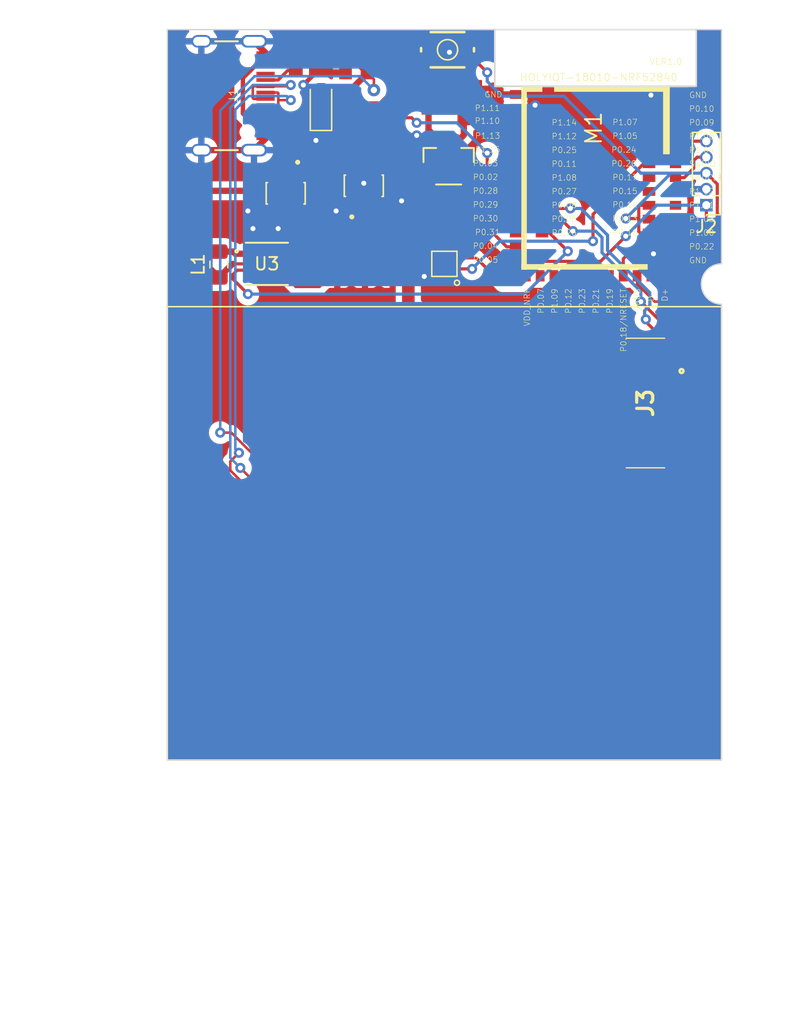
<source format=kicad_pcb>
(kicad_pcb (version 20221018) (generator pcbnew)
  (layers (0 "F.Cu" signal) (31 "B.Cu" signal) (34 "B.Paste" user) (35 "F.Paste" user) (36 "B.SilkS" user "B.Silkscreen") (37 "F.SilkS" user "F.Silkscreen") (38 "B.Mask" user) (39 "F.Mask" user) (44 "Edge.Cuts" user))
  (net 0 "")
  (net 1 "VBUS")
  (net 2 "GND")
  (net 3 "V_RAW")
  (net 4 "+5V")
  (net 5 "Net-(FUSE1-Pad1)")
  (net 6 "Net-(J1-CC1)")
  (net 7 "D+")
  (net 8 "D-")
  (net 9 "Net-(J1-CC2)")
  (net 10 "+3.3V")
  (net 11 "/NRF/RST")
  (net 12 "/NRF/SCK")
  (net 13 "/NRF/SWD")
  (net 17 "/TX")
  (net 19 "/RX")
  (net 21 "Net-(L1-Pad2)")
  (net 22 "/WS2812")
  (net 24 "/NRF/P0.02")
  (net 25 "/NRF/P0.03")
  (net 26 "/NRF/BVOLT")
  (net 27 "/NRF/P0.05")
  (net 28 "/NRF/P0.07")
  (net 29 "/NRF/P0.09")
  (net 30 "/NRF/P0.10")
  (net 31 "/NRF/P0.11")
  (net 32 "/NRF/P0.12")
  (net 33 "/NRF/POWER_PIN")
  (net 34 "/NRF/BLED")
  (net 35 "/NRF/PWM")
  (net 36 "/NRF/P0.19")
  (net 37 "/NRF/P0.21")
  (net 38 "/NRF/P0.22")
  (net 39 "/NRF/P0.23")
  (net 40 "/NRF/P0.24")
  (net 41 "/NRF/P0.25")
  (net 42 "/5VEN")
  (net 43 "/NRF/P0.27")
  (net 44 "/NRF/P0.28")
  (net 45 "/NRF/P0.29")
  (net 46 "/NRF/P0.30")
  (net 47 "/NRF/P0.31")
  (net 48 "/NRF/P1.00")
  (net 49 "/NRF/P1.01")
  (net 50 "/NRF/P1.02")
  (net 51 "/NRF/P1.03")
  (net 52 "/NRF/P1.04")
  (net 53 "/NRF/P1.05")
  (net 54 "/NRF/P1.06")
  (net 55 "/NRF/P1.07")
  (net 56 "/NRF/P1.08")
  (net 57 "/NRF/P1.09")
  (net 58 "/NRF/P1.10")
  (net 59 "/NRF/P1.11")
  (net 60 "/NRF/P1.12")
  (net 61 "/NRF/P1.13")
  (net 62 "/NRF/P1.14")
  (net 63 "/NRF/P1.15")
  (net 64 "+BATT")
  (net 65 "Net-(U3-OUTS)")
  (net 66 "Net-(U1-PROG)")
  (net 67 "Net-(U2-VDD)")
  (net 68 "CHG")
  (net 69 "Net-(U2-GND)")
  (footprint "PW:0603" (layer "F.Cu") (at 38.2 77.4 90)
    (fp_text reference "R99" hide)
    (fp_text value "5.1k")
  )
  (footprint "Connector_PinHeader_1.27mm:PinHeader_1x05_P1.27mm_Vertical" (layer "F.Cu") (at 70.8 88.94 180)
    (fp_text reference "J2")
    (fp_text value "CONN_061.27MM")
  )
  (footprint "PW:0603" (layer "F.Cu") (at 38 83 -90)
    (fp_text reference "R100" hide)
    (fp_text value "5.1k")
  )
  (footprint "Diode_SMD:D_SOD-323_HandSoldering" (layer "F.Cu") (at 40.2 81 90)
    (fp_text reference "D122" hide)
    (fp_text value "SD103AWS-E3-08")
  )
  (footprint "PW:C0603" (layer "F.Cu") (at 43 84)
    (fp_text reference "C2" hide)
    (fp_text value "4.7u")
  )
  (footprint "PW:SOT23" (layer "F.Cu") (at 51.5396 80.8 180)
    (fp_text reference "U2" hide)
    (fp_text value "XB3303ASOT23")
  )
  (footprint "PW:SOT23" (layer "F.Cu") (at 43.2 81.2 -90)
    (fp_text reference "Q6" hide)
    (fp_text value "PMOSFETSOT23")
  )
  (footprint "PW:0603" (layer "F.Cu") (at 46.3396 83.8 90)
    (fp_text reference "R90" hide)
    (fp_text value "100k")
  )
  (footprint "PW:0603" (layer "F.Cu") (at 46.3396 80.4 90)
    (fp_text reference "R92" hide)
    (fp_text value "100k")
  )
  (footprint "PW:0603" (layer "F.Cu") (at 40.6 87.199 90)
    (fp_text reference "R95" hide)
    (fp_text value "2k")
  )
  (footprint "PW:XKB-USB-C-16P" (layer "F.Cu") (at 35.8 80.25 -90)
    (fp_text reference "J1")
    (fp_text value "XKB-USB-C16PIN" hide)
  )
  (footprint "PW:C0603" (layer "F.Cu") (at 41.495801 93.652 -90)
    (fp_text reference "C5" hide)
    (fp_text value "2.2u")
  )
  (footprint "PW:C0603" (layer "F.Cu") (at 45.895801 93.652 -90)
    (fp_text reference "C3" hide)
    (fp_text value "10u")
  )
  (footprint "PW:21-0137_T1033&plus_2_MXM" (layer "F.Cu") (at 35.9038 93.6)
    (fp_text reference "U3")
    (fp_text value "max8815aetb+")
  )
  (footprint "PW:SOT95P285X140-5N" (layer "F.Cu") (at 37.4 88 -90)
    (fp_text reference "VREG1" hide)
    (fp_text value "AP2112K-3.3TRG1")
  )
  (footprint "PW:TACTILE_SWITCH_SMD_4.6X2.8MM" (layer "F.Cu") (at 50.25 76.6 180)
    (fp_text reference "S1" hide)
    (fp_text value "MOMENTARY-SWITCH-SPST-SMD-4.6X2.8MM")
  )
  (footprint "PW:HOLYIOT-18010" (layer "F.Cu") (at 62 86.75)
    (fp_text reference "M1")
    (fp_text value "HOLYIOT_18010")
    (fp_line (start -8 -11.75) (end 8 -11.75) (stroke (width 0.12)) (layer "Edge.Cuts"))
    (fp_line (start -8 -7.25) (end -8 -11.75) (stroke (width 0.12)) (layer "Edge.Cuts"))
    (fp_line (start 8 -11.75) (end 8 -7.25) (stroke (width 0.12)) (layer "Edge.Cuts"))
    (fp_line (start 8 -7.25) (end -8 -7.25) (stroke (width 0.12)) (layer "Edge.Cuts"))
  )
  (footprint "PW:0603" (layer "F.Cu") (at 70.8 92.2 90)
    (fp_text reference "R91" hide)
    (fp_text value "100k")
  )
  (footprint "PW:C0603" (layer "F.Cu") (at 43 78.4 180)
    (fp_text reference "C1" hide)
    (fp_text value "10u")
  )
  (footprint "PW:0603" (layer "F.Cu") (at 48.7396 80.4 90)
    (fp_text reference "R98" hide)
    (fp_text value "100")
  )
  (footprint "PW:C0603" (layer "F.Cu") (at 43.695801 93.652 -90)
    (fp_text reference "C4" hide)
    (fp_text value "10u")
  )
  (footprint "PW:0603" (layer "F.Cu") (at 39.295801 93.652 90)
    (fp_text reference "R1" hide)
    (fp_text value "100")
  )
  (footprint "PW:1206" (layer "F.Cu") (at 41.8 76.2)
    (fp_text reference "FUSE1" hide)
    (fp_text value "500mA")
  )
  (footprint "PW:HPMA115C0" (layer "F.Cu") (at 50 115)
    (fp_text reference "J3")
    (fp_text value "Conn_01x10" hide)
  )
  (footprint "PW:0603" (layer "F.Cu") (at 46 76.6 -90)
    (fp_text reference "R96" hide)
    (fp_text value "100k")
  )
  (footprint "Inductor_SMD:L_0805_2012Metric_Pad1.15x1.40mm_HandSolder" (layer "F.Cu") (at 32.095801 93.652 90)
    (fp_text reference "L1")
    (fp_text value "L")
  )
  (footprint "PW:SOT95P285X140-5N" (layer "F.Cu") (at 43.6 87.4 90)
    (fp_text reference "U1" hide)
    (fp_text value "TP4054-42-SOT25-R_TP4054-42-SOT25-R")
  )
  (footprint "PW:SK6805-E-J" (layer "F.Cu") (at 50 93.6 90)
    (fp_text reference "LED1" hide)
    (fp_text value "~")
  )
  (footprint "PW:BM02B-SRSS-TB" (layer "F.Cu") (at 50.3396 84.075)
    (fp_text reference "X1" hide)
    (fp_text value "BM02B-SRSS-TB")
  )
  (gr_line (start 28 133) (end 72 133) (stroke (width 0.1)) (layer "Edge.Cuts"))
  (gr_line (start 28 75) (end 28 133) (stroke (width 0.1)) (layer "Edge.Cuts"))
  (gr_arc (start 72 96.8) (mid 70.4 95.2) (end 72 93.6) (stroke (width 0.1)) (layer "Edge.Cuts"))
  (gr_line (start 72 93.6) (end 72 75) (stroke (width 0.1)) (layer "Edge.Cuts"))
  (gr_line (start 72 75) (end 28 75) (stroke (width 0.1)) (layer "Edge.Cuts"))
  (gr_line (start 72 133) (end 72 96.8) (stroke (width 0.1)) (layer "Edge.Cuts"))
  (segment (start 70.2 98.572574) (end 70.2 102.4) (width 0.2) (layer "F.Cu") (net 1))
  (segment (start 66.700017 96.6) (end 67.992742 96.6) (width 0.2) (layer "F.Cu") (net 1))
  (segment (start 43.25 82.15) (end 43.225 82.125) (width 0.35) (layer "F.Cu") (net 1))
  (segment (start 44.8 83.15) (end 43.8 82.15) (width 0.5) (layer "F.Cu") (net 1))
  (segment (start 45.05 78.4) (end 46 77.45) (width 0.5) (layer "F.Cu") (net 1))
  (segment (start 70.2 109.634314) (end 68.234314 111.6) (width 0.2) (layer "F.Cu") (net 1))
  (segment (start 67.992742 96.6) (end 68.227426 96.6) (width 0.2) (layer "F.Cu") (net 1))
  (segment (start 35.182843 109.103393) (end 33.07945 107) (width 0.2) (layer "F.Cu") (net 1))
  (segment (start 65.300015 94.55) (end 65.300015 95.199998) (width 0.2) (layer "F.Cu") (net 1))
  (segment (start 36.165686 111.6) (end 35.182843 110.617157) (width 0.2) (layer "F.Cu") (net 1))
  (segment (start 35.182843 110.617157) (end 35.182843 109.103393) (width 0.2) (layer "F.Cu") (net 1))
  (segment (start 68.234314 111.6) (end 36.165686 111.6) (width 0.2) (layer "F.Cu") (net 1))
  (segment (start 44.55 86.215) (end 44.8 85.965) (width 0.5) (layer "F.Cu") (net 1))
  (segment (start 70.013713 98.386287) (end 70.2 98.572574) (width 0.2) (layer "F.Cu") (net 1))
  (segment (start 44.4 79.8) (end 44.4 78.95) (width 0.2) (layer "F.Cu") (net 1))
  (segment (start 40.7 80.25) (end 40.2 79.75) (width 0.5) (layer "F.Cu") (net 1))
  (segment (start 42.1 80.25) (end 40.7 80.25) (width 0.5) (layer "F.Cu") (net 1))
  (segment (start 43.85 78.5) (end 42.1 80.25) (width 0.5) (layer "F.Cu") (net 1))
  (segment (start 42.1 80.25) (end 43.15 81.3) (width 0.5) (layer "F.Cu") (net 1))
  (segment (start 43.222 76.2) (end 43.222 77.772) (width 0.5) (layer "F.Cu") (net 1))
  (segment (start 43.225 81.375) (end 43.15 81.3) (width 0.35) (layer "F.Cu") (net 1))
  (segment (start 65.300015 95.199998) (end 66.700017 96.6) (width 0.2) (layer "F.Cu") (net 1))
  (segment (start 68.227426 96.6) (end 70.013713 98.386287) (width 0.2) (layer "F.Cu") (net 1))
  (segment (start 43.85 78.4) (end 43.85 78.5) (width 0.5) (layer "F.Cu") (net 1))
  (segment (start 70.2 102.4) (end 70.2 109.634314) (width 0.2) (layer "F.Cu") (net 1))
  (segment (start 44.4 78.95) (end 43.85 78.4) (width 0.2) (layer "F.Cu") (net 1))
  (segment (start 44.8 85.965) (end 44.8 83.15) (width 0.5) (layer "F.Cu") (net 1))
  (segment (start 43.8 82.15) (end 43.25 82.15) (width 0.35) (layer "F.Cu") (net 1))
  (segment (start 33.07945 107) (end 32.2005 107) (width 0.2) (layer "F.Cu") (net 1))
  (segment (start 43.225 82.125) (end 43.225 81.375) (width 0.35) (layer "F.Cu") (net 1))
  (segment (start 43.222 77.772) (end 43.85 78.4) (width 0.5) (layer "F.Cu") (net 1))
  (segment (start 43.85 78.4) (end 45.05 78.4) (width 0.5) (layer "F.Cu") (net 1))
  (via (at 32.2005 107) (size 0.8) (drill 0.4) (layers "F.Cu" "B.Cu") (net 1))
  (via (at 44.4 79.8) (size 1) (drill 0.5) (layers "F.Cu" "B.Cu") (net 1))
  (segment (start 43.3 78.7) (end 44.4 79.8) (width 0.2) (layer "B.Cu") (net 1))
  (segment (start 34.934314 78.7) (end 43.3 78.7) (width 0.2) (layer "B.Cu") (net 1))
  (segment (start 32.2005 107) (end 32.2005 81.433814) (width 0.2) (layer "B.Cu") (net 1))
  (segment (start 32.2005 81.433814) (end 34.934314 78.7) (width 0.2) (layer "B.Cu") (net 1))
  (segment (start 46 75.75) (end 48.15 75.75) (width 0.35) (layer "F.Cu") (net 2))
  (segment (start 37.4 93.6) (end 35.9038 93.6) (width 0.25) (layer "F.Cu") (net 2))
  (segment (start 35.8 76.845) (end 34.885 75.93) (width 0.5) (layer "F.Cu") (net 2))
  (segment (start 35.8 83.475) (end 35.8 83.655) (width 0.5) (layer "F.Cu") (net 2))
  (segment (start 48.15 75.75) (end 48.2 75.8) (width 0.35) (layer "F.Cu") (net 2))
  (segment (start 40.05 78.4) (end 42.15 78.4) (width 0.25) (layer "F.Cu") (net 2))
  (segment (start 38.2 76.55) (end 40.05 78.4) (width 0.25) (layer "F.Cu") (net 2))
  (segment (start 35.8 77.025) (end 35.8 76.845) (width 0.5) (layer "F.Cu") (net 2))
  (segment (start 38.8 79.4) (end 39.8 78.4) (width 0.35) (layer "F.Cu") (net 2))
  (segment (start 46.55 84.65) (end 47.8 83.4) (width 0.35) (layer "F.Cu") (net 2))
  (segment (start 35.9038 93.6) (end 34.903799 94.600001) (width 0.25) (layer "F.Cu") (net 2))
  (segment (start 35.8 83.655) (end 34.885 84.57) (width 0.5) (layer "F.Cu") (net 2))
  (segment (start 46.3396 84.65) (end 46.55 84.65) (width 0.35) (layer "F.Cu") (net 2))
  (segment (start 39.8 78.4) (end 40.05 78.4) (width 0.35) (layer "F.Cu") (net 2))
  (segment (start 34.903799 94.600001) (end 34.4076 94.600001) (width 0.25) (layer "F.Cu") (net 2))
  (via (at 46.6 88.6) (size 0.8) (drill 0.4) (layers "F.Cu" "B.Cu") (net 2))
  (via (at 34.4 89.4) (size 0.8) (drill 0.4) (layers "F.Cu" "B.Cu") (net 2))
  (via (at 50.4 76.8) (size 0.8) (drill 0.4) (layers "F.Cu" "B.Cu") (net 2))
  (via (at 66.4 80.2) (size 0.8) (drill 0.4) (layers "F.Cu" "B.Cu") (net 2))
  (via (at 38.8 79.4) (size 0.8) (drill 0.4) (layers "F.Cu" "B.Cu") (net 2))
  (via (at 48.4 94.6) (size 0.8) (drill 0.4) (layers "F.Cu" "B.Cu") (net 2))
  (via (at 57.2 81) (size 0.8) (drill 0.4) (layers "F.Cu" "B.Cu") (net 2))
  (via (at 66.6 92.8) (size 0.8) (drill 0.4) (layers "F.Cu" "B.Cu") (net 2))
  (via (at 41.4 89.4) (size 0.8) (drill 0.4) (layers "F.Cu" "B.Cu") (net 2))
  (via (at 47.8 83.4) (size 0.8) (drill 0.4) (layers "F.Cu" "B.Cu") (net 2))
  (via (at 39.8 83.8) (size 0.8) (drill 0.4) (layers "F.Cu" "B.Cu") (net 2))
  (via (at 34.8 90.8) (size 0.8) (drill 0.4) (layers "F.Cu" "B.Cu") (net 2))
  (via (at 43.6 87.2) (size 0.8) (drill 0.4) (layers "F.Cu" "B.Cu") (net 2))
  (via (at 36.8 90.8) (size 0.8) (drill 0.4) (layers "F.Cu" "B.Cu") (net 2))
  (segment (start 42.15 84) (end 41.165 84) (width 0.5) (layer "F.Cu") (net 3))
  (segment (start 36.45 86.815) (end 36.142852 86.815) (width 0.5) (layer "F.Cu") (net 3))
  (segment (start 38.35 86.815) (end 38.35 87.450036) (width 0.5) (layer "F.Cu") (net 3))
  (segment (start 33.172801 93.6) (end 32.095801 94.677) (width 0.5) (layer "F.Cu") (net 3))
  (segment (start 36.939964 87.94) (end 36.45 87.450036) (width 0.5) (layer "F.Cu") (net 3))
  (segment (start 37.860036 87.94) (end 36.939964 87.94) (width 0.5) (layer "F.Cu") (net 3))
  (segment (start 38.35 87.450036) (end 37.860036 87.94) (width 0.5) (layer "F.Cu") (net 3))
  (segment (start 36.142852 86.815) (end 35.157852 87.8) (width 0.5) (layer "F.Cu") (net 3))
  (segment (start 42.1 82.15) (end 40.3 82.15) (width 0.5) (layer "F.Cu") (net 3))
  (segment (start 41.165 84) (end 38.35 86.815) (width 0.5) (layer "F.Cu") (net 3))
  (segment (start 30.8 87.8) (end 30 88.6) (width 0.5) (layer "F.Cu") (net 3))
  (segment (start 35.157852 87.8) (end 30.8 87.8) (width 0.5) (layer "F.Cu") (net 3))
  (segment (start 34.4076 93.6) (end 33.172801 93.6) (width 0.25) (layer "F.Cu") (net 3))
  (segment (start 42.1 82.15) (end 42.1 83.95) (width 0.5) (layer "F.Cu") (net 3))
  (segment (start 40.3 82.15) (end 40.2 82.25) (width 0.5) (layer "F.Cu") (net 3))
  (segment (start 30 92.581199) (end 32.095801 94.677) (width 0.5) (layer "F.Cu") (net 3))
  (segment (start 42.1 83.95) (end 42.15 84) (width 0.5) (layer "F.Cu") (net 3))
  (segment (start 30 88.6) (end 30 92.581199) (width 0.5) (layer "F.Cu") (net 3))
  (segment (start 36.45 87.450036) (end 36.45 86.815) (width 0.5) (layer "F.Cu") (net 3))
  (segment (start 38.199999 95.4) (end 40.077801 95.4) (width 0.25) (layer "F.Cu") (net 4))
  (segment (start 46.625801 92.802) (end 47.135801 93.312) (width 1) (layer "F.Cu") (net 4))
  (segment (start 37.4 92.8) (end 37.402 92.802) (width 0.2) (layer "F.Cu") (net 4))
  (segment (start 37.4 92.8) (end 37.4 93.100001) (width 0.2) (layer "F.Cu") (net 4))
  (segment (start 37.402 92.802) (end 39.295801 92.802) (width 0.5) (layer "F.Cu") (net 4))
  (segment (start 39.295801 92.802) (end 40.4 92.802) (width 1) (layer "F.Cu") (net 4))
  (segment (start 40.4 92.802) (end 41.495801 92.802) (width 1) (layer "F.Cu") (net 4))
  (segment (start 37.4 94.600001) (end 38.199999 95.4) (width 0.25) (layer "F.Cu") (net 4))
  (segment (start 52.31 102.11) (end 64.6 102.11) (width 1) (layer "F.Cu") (net 4))
  (segment (start 40.077801 95.4) (end 40.4 95.077801) (width 0.25) (layer "F.Cu") (net 4))
  (segment (start 40.4 95.077801) (end 40.4 92.802) (width 0.25) (layer "F.Cu") (net 4))
  (segment (start 37.4 92.599999) (end 37.4 92.8) (width 0.2) (layer "F.Cu") (net 4))
  (segment (start 45.895801 92.802) (end 46.625801 92.802) (width 1) (layer "F.Cu") (net 4))
  (segment (start 43.695801 92.802) (end 41.495801 92.802) (width 1) (layer "F.Cu") (net 4))
  (segment (start 47.135801 93.312) (end 47.135801 96.935801) (width 1) (layer "F.Cu") (net 4))
  (segment (start 47.135801 96.935801) (end 52.31 102.11) (width 1) (layer "F.Cu") (net 4))
  (segment (start 45.895801 92.802) (end 43.695801 92.802) (width 1) (layer "F.Cu") (net 4))
  (segment (start 36.93 77.8) (end 37.21 77.52) (width 0.5) (layer "F.Cu") (net 5))
  (segment (start 39.428 75.25) (end 40.378 76.2) (width 0.5) (layer "F.Cu") (net 5))
  (segment (start 37.75 75.25) (end 39.428 75.25) (width 0.5) (layer "F.Cu") (net 5))
  (segment (start 35.8 77.8) (end 36.93 77.8) (width 0.5) (layer "F.Cu") (net 5))
  (segment (start 37.21 77.52) (end 37.21 75.79) (width 0.5) (layer "F.Cu") (net 5))
  (segment (start 35.046371 82.7) (end 34 81.653629) (width 0.35) (layer "F.Cu") (net 5))
  (segment (start 37.21 75.79) (end 37.75 75.25) (width 0.5) (layer "F.Cu") (net 5))
  (segment (start 35.046371 77.8) (end 35.8 77.8) (width 0.35) (layer "F.Cu") (net 5))
  (segment (start 34 81.653629) (end 34 78.846371) (width 0.35) (layer "F.Cu") (net 5))
  (segment (start 35.8 82.7) (end 35.046371 82.7) (width 0.35) (layer "F.Cu") (net 5))
  (segment (start 34 78.846371) (end 35.046371 77.8) (width 0.35) (layer "F.Cu") (net 5))
  (segment (start 37.555 78.25) (end 38.2 78.25) (width 0.25) (layer "F.Cu") (net 6))
  (segment (start 36.805 79) (end 37.555 78.25) (width 0.25) (layer "F.Cu") (net 6))
  (segment (start 35.8 79) (end 36.805 79) (width 0.25) (layer "F.Cu") (net 6))
  (segment (start 35.39 112.39) (end 33 110) (width 0.2) (layer "F.Cu") (net 7))
  (segment (start 36.815 80.6) (end 36.815 80.94) (width 0.2) (layer "F.Cu") (net 7))
  (segment (start 36.755 81) (end 35.8 81) (width 0.2) (layer "F.Cu") (net 7))
  (segment (start 35.8 80) (end 36.755 80) (width 0.2) (layer "F.Cu") (net 7))
  (segment (start 71 109.951544) (end 68.561543 112.39) (width 0.2) (layer "F.Cu") (net 7))
  (segment (start 33 110) (end 33 109.2895) (width 0.2) (layer "F.Cu") (net 7))
  (segment (start 67.500009 94.55) (end 67.500009 94.755353) (width 0.2) (layer "F.Cu") (net 7))
  (segment (start 37.8 80.6) (end 36.815 80.6) (width 0.2) (layer "F.Cu") (net 7))
  (segment (start 68.561543 112.39) (end 35.39 112.39) (width 0.2) (layer "F.Cu") (net 7))
  (segment (start 71 98.255344) (end 71 109.951544) (width 0.2) (layer "F.Cu") (net 7))
  (segment (start 33 109.2895) (end 33.6895 108.6) (width 0.2) (layer "F.Cu") (net 7))
  (segment (start 36.815 80.06) (end 36.815 80.6) (width 0.2) (layer "F.Cu") (net 7))
  (segment (start 36.755 80) (end 36.815 80.06) (width 0.2) (layer "F.Cu") (net 7))
  (segment (start 67.500009 94.755353) (end 71 98.255344) (width 0.2) (layer "F.Cu") (net 7))
  (segment (start 36.815 80.94) (end 36.755 81) (width 0.2) (layer "F.Cu") (net 7))
  (via (at 37.8 80.6) (size 0.8) (drill 0.4) (layers "F.Cu" "B.Cu") (net 7))
  (via (at 33.6895 108.6) (size 0.8) (drill 0.4) (layers "F.Cu" "B.Cu") (net 7))
  (segment (start 37.475772 80.275772) (end 37.8 80.6) (width 0.2) (layer "B.Cu") (net 7))
  (segment (start 33.6895 108.6) (end 33.4 108.3105) (width 0.2) (layer "B.Cu") (net 7))
  (segment (start 34.475772 80.275772) (end 37.475772 80.275772) (width 0.2) (layer "B.Cu") (net 7))
  (segment (start 33.4 81.351544) (end 34.475772 80.275772) (width 0.2) (layer "B.Cu") (net 7))
  (segment (start 33.4 108.3105) (end 33.4 81.351544) (width 0.2) (layer "B.Cu") (net 7))
  (segment (start 66.761478 95.134422) (end 67.827056 96.2) (width 0.2) (layer "F.Cu") (net 8))
  (segment (start 70.6 98.406888) (end 70.6 109.8) (width 0.2) (layer "F.Cu") (net 8))
  (segment (start 34.785 80.44) (end 34.845 80.5) (width 0.2) (layer "F.Cu") (net 8))
  (segment (start 68.4 112) (end 36 112) (width 0.2) (layer "F.Cu") (net 8))
  (segment (start 34.875 79.5) (end 34.785 79.59) (width 0.2) (layer "F.Cu") (net 8))
  (segment (start 66.400012 94.55) (end 66.761478 94.911466) (width 0.2) (layer "F.Cu") (net 8))
  (segment (start 67.827056 96.2) (end 68.393112 96.2) (width 0.2) (layer "F.Cu") (net 8))
  (segment (start 36 112) (end 33.8 109.8) (width 0.2) (layer "F.Cu") (net 8))
  (segment (start 70.6 109.8) (end 68.4 112) (width 0.2) (layer "F.Cu") (net 8))
  (segment (start 68.393112 96.2) (end 70.6 98.406888) (width 0.2) (layer "F.Cu") (net 8))
  (segment (start 66.761478 94.911466) (end 66.761478 95.134422) (width 0.2) (layer "F.Cu") (net 8))
  (segment (start 37.7 79.5) (end 35.8 79.5) (width 0.2) (layer "F.Cu") (net 8))
  (segment (start 35.8 79.5) (end 34.875 79.5) (width 0.2) (layer "F.Cu") (net 8))
  (segment (start 34.785 79.59) (end 34.785 80.44) (width 0.2) (layer "F.Cu") (net 8))
  (segment (start 34.845 80.5) (end 35.8 80.5) (width 0.2) (layer "F.Cu") (net 8))
  (segment (start 37.8 79.4) (end 37.7 79.5) (width 0.2) (layer "F.Cu") (net 8))
  (via (at 37.8 79.4) (size 0.8) (drill 0.4) (layers "F.Cu" "B.Cu") (net 8))
  (via (at 33.8 109.8) (size 0.8) (drill 0.4) (layers "F.Cu" "B.Cu") (net 8))
  (segment (start 33 109) (end 33 81.2) (width 0.2) (layer "B.Cu") (net 8))
  (segment (start 33.8 109.8) (end 33 109) (width 0.2) (layer "B.Cu") (net 8))
  (segment (start 34.8 79.4) (end 37.8 79.4) (width 0.2) (layer "B.Cu") (net 8))
  (segment (start 33 81.2) (end 34.8 79.4) (width 0.2) (layer "B.Cu") (net 8))
  (segment (start 37.85 82) (end 38 82.15) (width 0.25) (layer "F.Cu") (net 9))
  (segment (start 35.8 82) (end 37.85 82) (width 0.25) (layer "F.Cu") (net 9))
  (segment (start 38.35 89.35) (end 40.2 91.2) (width 0.5) (layer "F.Cu") (net 10))
  (segment (start 56.950009 93.4) (end 62.4 93.4) (width 0.25) (layer "F.Cu") (net 10))
  (segment (start 70.8 91.35) (end 70.8 88.94) (width 0.25) (layer "F.Cu") (net 10))
  (segment (start 56.500007 94.55) (end 56.500007 94.836249) (width 0.25) (layer "F.Cu") (net 10))
  (segment (start 52.525 93.125) (end 50.475 93.125) (width 0.25) (layer "F.Cu") (net 10))
  (segment (start 62.4 93.4) (end 64.4 91.4) (width 0.25) (layer "F.Cu") (net 10))
  (segment (start 56.500007 94.55) (end 56.500007 93.850002) (width 0.25) (layer "F.Cu") (net 10))
  (segment (start 40.2 91.2) (end 48.70585 91.2) (width 0.5) (layer "F.Cu") (net 10))
  (segment (start 48.70585 91.2) (end 50.475 92.96915) (width 0.5) (layer "F.Cu") (net 10))
  (segment (start 50.475 92.96915) (end 50.475 93.125) (width 0.5) (layer "F.Cu") (net 10))
  (segment (start 56.500007 94.836249) (end 56.118256 95.218) (width 0.25) (layer "F.Cu") (net 10))
  (segment (start 56.500007 93.850002) (end 56.950009 93.4) (width 0.25) (layer "F.Cu") (net 10))
  (segment (start 56.118256 95.218) (end 54.618 95.218) (width 0.25) (layer "F.Cu") (net 10))
  (segment (start 54.618 95.218) (end 52.525 93.125) (width 0.25) (layer "F.Cu") (net 10))
  (segment (start 38.35 89.185) (end 38.35 89.35) (width 0.5) (layer "F.Cu") (net 10))
  (via (at 64.4 91.4) (size 0.8) (drill 0.4) (layers "F.Cu" "B.Cu") (net 10))
  (segment (start 66.86 88.94) (end 70.8 88.94) (width 0.25) (layer "B.Cu") (net 10))
  (segment (start 64.4 91.4) (end 66.86 88.94) (width 0.25) (layer "B.Cu") (net 10))
  (segment (start 65.550006 91.150006) (end 66.25 91.150006) (width 0.25) (layer "F.Cu") (net 11))
  (segment (start 48.2 77.4) (end 48.315 77.515) (width 0.25) (layer "F.Cu") (net 11))
  (segment (start 48.315 77.515) (end 52.185 77.515) (width 0.25) (layer "F.Cu") (net 11))
  (segment (start 53.4 78.4) (end 52.4 77.4) (width 0.25) (layer "F.Cu") (net 11))
  (segment (start 66.25 88.950012) (end 65.500002 88.950012) (width 0.25) (layer "F.Cu") (net 11))
  (segment (start 52.4 77.4) (end 52.3 77.4) (width 0.25) (layer "F.Cu") (net 11))
  (segment (start 70.8 86.4) (end 71.665 87.265) (width 0.25) (layer "F.Cu") (net 11))
  (segment (start 65.435002 91.035002) (end 65.550006 91.150006) (width 0.25) (layer "F.Cu") (net 11))
  (segment (start 71.665 87.265) (end 71.665 92.185) (width 0.25) (layer "F.Cu") (net 11))
  (segment (start 65.435002 90) (end 65.435002 91.035002) (width 0.25) (layer "F.Cu") (net 11))
  (segment (start 65.435002 90) (end 64.4 90) (width 0.25) (layer "F.Cu") (net 11))
  (segment (start 52.185 77.515) (end 52.3 77.4) (width 0.25) (layer "F.Cu") (net 11))
  (segment (start 65.435002 89.015012) (end 65.435002 90) (width 0.25) (layer "F.Cu") (net 11))
  (segment (start 66.25 91.150006) (end 64.200015 93.199991) (width 0.25) (layer "F.Cu") (net 11))
  (segment (start 64.200015 93.199991) (end 64.200015 94.55) (width 0.25) (layer "F.Cu") (net 11))
  (segment (start 71.665 92.185) (end 70.8 93.05) (width 0.25) (layer "F.Cu") (net 11))
  (segment (start 65.500002 88.950012) (end 65.435002 89.015012) (width 0.25) (layer "F.Cu") (net 11))
  (via (at 64.4 90) (size 0.8) (drill 0.4) (layers "F.Cu" "B.Cu") (net 11))
  (via (at 53.4 78.4) (size 0.8) (drill 0.4) (layers "F.Cu" "B.Cu") (net 11))
  (segment (start 53.4 79.104078) (end 54.580922 80.285) (width 0.25) (layer "B.Cu") (net 11))
  (segment (start 54.580922 80.285) (end 59.485 80.285) (width 0.25) (layer "B.Cu") (net 11))
  (segment (start 68 86.4) (end 70.8 86.4) (width 0.25) (layer "B.Cu") (net 11))
  (segment (start 53.4 78.4) (end 53.4 79.104078) (width 0.25) (layer "B.Cu") (net 11))
  (segment (start 64.4 90) (end 68 86.4) (width 0.25) (layer "B.Cu") (net 11))
  (segment (start 65.6 86.4) (end 68 86.4) (width 0.25) (layer "B.Cu") (net 11))
  (segment (start 59.485 80.285) (end 65.6 86.4) (width 0.25) (layer "B.Cu") (net 11))
  (segment (start 70.07 85.13) (end 69.8 85.4) (width 0.25) (layer "F.Cu") (net 12))
  (segment (start 70.8 85.13) (end 70.07 85.13) (width 0.25) (layer "F.Cu") (net 12))
  (segment (start 69.8 85.4) (end 69.8 86.000034) (width 0.25) (layer "F.Cu") (net 12))
  (segment (start 69.8 86.000034) (end 69.050019 86.750015) (width 0.25) (layer "F.Cu") (net 12))
  (segment (start 69.050019 86.750015) (end 68.350021 86.750015) (width 0.25) (layer "F.Cu") (net 12))
  (segment (start 69.4 84.882656) (end 69.4 84) (width 0.25) (layer "F.Cu") (net 13))
  (segment (start 68.350021 85.649994) (end 68.632662 85.649994) (width 0.25) (layer "F.Cu") (net 13))
  (segment (start 68.632662 85.649994) (end 69.4 84.882656) (width 0.25) (layer "F.Cu") (net 13))
  (segment (start 69.4 84) (end 69.54 83.86) (width 0.25) (layer "F.Cu") (net 13))
  (segment (start 69.54 83.86) (end 70.8 83.86) (width 0.25) (layer "F.Cu") (net 13))
  (segment (start 60 89.2) (end 58.000007 89.2) (width 0.25) (layer "F.Cu") (net 17))
  (segment (start 65.994772 98.194772) (end 68.755 100.955) (width 0.25) (layer "F.Cu") (net 17))
  (segment (start 58.000007 89.2) (end 57.750019 88.950012) (width 0.25) (layer "F.Cu") (net 17))
  (segment (start 65.994772 98.005228) (end 65.994772 98.194772) (width 0.25) (layer "F.Cu") (net 17))
  (segment (start 68.07 105.92) (end 67.33 105.92) (width 0.25) (layer "F.Cu") (net 17))
  (segment (start 68.755 100.955) (end 68.755 105.235) (width 0.25) (layer "F.Cu") (net 17))
  (segment (start 68.755 105.235) (end 68.07 105.92) (width 0.25) (layer "F.Cu") (net 17))
  (via (at 65.994772 98.005228) (size 0.8) (drill 0.4) (layers "F.Cu" "B.Cu") (net 17))
  (via (at 60 89.2) (size 0.8) (drill 0.4) (layers "F.Cu" "B.Cu") (net 17))
  (segment (start 65.896163 97.315) (end 66.315 96.896163) (width 0.25) (layer "B.Cu") (net 17))
  (segment (start 65.994772 98.005228) (end 65.896163 97.906619) (width 0.25) (layer "B.Cu") (net 17))
  (segment (start 66.315 96.896163) (end 66.315 95.892746) (width 0.25) (layer "B.Cu") (net 17))
  (segment (start 65.896163 97.906619) (end 65.896163 97.315) (width 0.25) (layer "B.Cu") (net 17))
  (segment (start 66.315 95.892746) (end 62.955 92.532746) (width 0.25) (layer "B.Cu") (net 17))
  (segment (start 62.955 92.532746) (end 62.955 91.321583) (width 0.25) (layer "B.Cu") (net 17))
  (segment (start 60.833417 89.2) (end 60 89.2) (width 0.25) (layer "B.Cu") (net 17))
  (segment (start 62.955 91.321583) (end 60.833417 89.2) (width 0.25) (layer "B.Cu") (net 17))
  (segment (start 68.985 107.19) (end 67.33 107.19) (width 0.25) (layer "F.Cu") (net 19))
  (segment (start 59.250009 90.050009) (end 60.2 91) (width 0.25) (layer "F.Cu") (net 19))
  (segment (start 69.775 100.775) (end 69.775 106.4) (width 0.25) (layer "F.Cu") (net 19))
  (segment (start 69.775 106.4) (end 68.985 107.19) (width 0.25) (layer "F.Cu") (net 19))
  (segment (start 57.750019 90.050009) (end 59.250009 90.050009) (width 0.25) (layer "F.Cu") (net 19))
  (segment (start 65.6 96.6) (end 69.775 100.775) (width 0.25) (layer "F.Cu") (net 19))
  (via (at 65.6 96.6) (size 0.8) (drill 0.4) (layers "F.Cu" "B.Cu") (net 19))
  (via (at 60.2 91) (size 0.8) (drill 0.4) (layers "F.Cu" "B.Cu") (net 19))
  (segment (start 60.2 91) (end 62.011163 91) (width 0.25) (layer "B.Cu") (net 19))
  (segment (start 65.6 95.8) (end 65.6 96.6) (width 0.25) (layer "B.Cu") (net 19))
  (segment (start 62.011163 91) (end 62.515 91.503837) (width 0.25) (layer "B.Cu") (net 19))
  (segment (start 62.515 92.715) (end 65.6 95.8) (width 0.25) (layer "B.Cu") (net 19))
  (segment (start 62.515 91.503837) (end 62.515 92.715) (width 0.25) (layer "B.Cu") (net 19))
  (segment (start 33.4 92.8) (end 34.4076 92.8) (width 0.5) (layer "F.Cu") (net 21))
  (segment (start 34.4076 92.599999) (end 34.4076 92.8) (width 0.25) (layer "F.Cu") (net 21))
  (segment (start 34.4076 92.8) (end 34.4076 93.100001) (width 0.25) (layer "F.Cu") (net 21))
  (segment (start 33.227 92.627) (end 33.4 92.8) (width 0.5) (layer "F.Cu") (net 21))
  (segment (start 32.095801 92.627) (end 33.227 92.627) (width 0.5) (layer "F.Cu") (net 21))
  (segment (start 50.55 94) (end 50.475 94.075) (width 0.25) (layer "F.Cu") (net 22))
  (segment (start 65.815306 85.649994) (end 61.8 89.6653) (width 0.25) (layer "F.Cu") (net 22))
  (segment (start 66.25 85.649994) (end 65.815306 85.649994) (width 0.25) (layer "F.Cu") (net 22))
  (segment (start 61.8 89.6653) (end 61.8 91.8) (width 0.25) (layer "F.Cu") (net 22))
  (segment (start 52.2 94) (end 50.55 94) (width 0.25) (layer "F.Cu") (net 22))
  (via (at 61.8 91.8) (size 0.8) (drill 0.4) (layers "F.Cu" "B.Cu") (net 22))
  (via (at 52.2 94) (size 0.8) (drill 0.4) (layers "F.Cu" "B.Cu") (net 22))
  (segment (start 54.4 91.8) (end 52.2 94) (width 0.25) (layer "B.Cu") (net 22))
  (segment (start 61.8 91.8) (end 54.4 91.8) (width 0.25) (layer "B.Cu") (net 22))
  (segment (start 54.950024 92.250003) (end 55.650022 92.250003) (width 0.25) (layer "F.Cu") (net 26))
  (segment (start 53.4 84.8) (end 53.4 90.699979) (width 0.25) (layer "F.Cu") (net 26))
  (segment (start 46.3396 82) (end 47.4 82) (width 0.25) (layer "F.Cu") (net 26))
  (segment (start 53.4 90.699979) (end 54.950024 92.250003) (width 0.25) (layer "F.Cu") (net 26))
  (segment (start 46.3396 82.95) (end 46.3396 82) (width 0.25) (layer "F.Cu") (net 26))
  (segment (start 47.4 82) (end 47.8 82.4) (width 0.25) (layer "F.Cu") (net 26))
  (segment (start 46.3396 82) (end 46.3396 81.25) (width 0.25) (layer "F.Cu") (net 26))
  (via (at 47.8 82.4) (size 0.8) (drill 0.4) (layers "F.Cu" "B.Cu") (net 26))
  (via (at 53.4 84.8) (size 0.8) (drill 0.4) (layers "F.Cu" "B.Cu") (net 26))
  (segment (start 51 82.4) (end 53.4 84.8) (width 0.25) (layer "B.Cu") (net 26))
  (segment (start 47.8 82.4) (end 51 82.4) (width 0.25) (layer "B.Cu") (net 26))
  (segment (start 33.2 94.8) (end 33.2 94.45) (width 0.25) (layer "F.Cu") (net 42))
  (segment (start 58.350006 91.150006) (end 59.8 92.6) (width 0.25) (layer "F.Cu") (net 42))
  (segment (start 57.750019 91.150006) (end 58.350006 91.150006) (width 0.25) (layer "F.Cu") (net 42))
  (segment (start 33.2 94.45) (end 33.550001 94.099999) (width 0.25) (layer "F.Cu") (net 42))
  (segment (start 33.550001 94.099999) (end 34.4076 94.099999) (width 0.25) (layer "F.Cu") (net 42))
  (segment (start 34.4 96) (end 33.2 94.8) (width 0.25) (layer "F.Cu") (net 42))
  (via (at 59.8 92.6) (size 0.8) (drill 0.4) (layers "F.Cu" "B.Cu") (net 42))
  (via (at 34.4 96) (size 0.8) (drill 0.4) (layers "F.Cu" "B.Cu") (net 42))
  (segment (start 56.4 96) (end 34.4 96) (width 0.25) (layer "B.Cu") (net 42))
  (segment (start 59.8 92.6) (end 56.4 96) (width 0.25) (layer "B.Cu") (net 42))
  (segment (start 48.6846 84.075) (end 44.55 88.2096) (width 0.5) (layer "F.Cu") (net 64))
  (segment (start 44.55 88.2096) (end 44.55 88.585) (width 0.5) (layer "F.Cu") (net 64))
  (segment (start 44.6896 81.2) (end 46.3396 79.55) (width 0.5) (layer "F.Cu") (net 64))
  (segment (start 48.7396 81.25) (end 48.7396 82.975) (width 0.5) (layer "F.Cu") (net 64))
  (segment (start 44.3 81.2) (end 44.6896 81.2) (width 0.5) (layer "F.Cu") (net 64))
  (segment (start 47.0396 79.55) (end 48.7396 81.25) (width 0.5) (layer "F.Cu") (net 64))
  (segment (start 46.3396 79.55) (end 47.0396 79.55) (width 0.5) (layer "F.Cu") (net 64))
  (segment (start 48.7396 82.975) (end 49.8396 84.075) (width 0.5) (layer "F.Cu") (net 64))
  (segment (start 49.8396 84.075) (end 48.6846 84.075) (width 0.5) (layer "F.Cu") (net 64))
  (segment (start 37.4 94.099999) (end 38.8938 94.099999) (width 0.2) (layer "F.Cu") (net 65))
  (segment (start 38.8938 94.099999) (end 39.295801 94.502) (width 0.2) (layer "F.Cu") (net 65))
  (segment (start 42.516 86.349) (end 42.65 86.215) (width 0.25) (layer "F.Cu") (net 66))
  (segment (start 40.6 86.349) (end 42.516 86.349) (width 0.25) (layer "F.Cu") (net 66))
  (segment (start 48.7396 79.55) (end 50.4396 79.55) (width 0.5) (layer "F.Cu") (net 67))
  (segment (start 50.4396 79.55) (end 50.5896 79.7) (width 0.5) (layer "F.Cu") (net 67))
  (segment (start 51.5396 83.375) (end 50.8396 84.075) (width 0.5) (layer "F.Cu") (net 69))
  (segment (start 51.5396 81.9) (end 51.5396 83.375) (width 0.5) (layer "F.Cu") (net 69))
  (zone (net 2) (net_name "GND") (layers "F&B.Cu") (connect_pads (clearance 0.5)) (min_thickness 0.25) (fill yes (thermal_gap 0.5) (thermal_bridge_width 0.5))
    (polygon (pts (xy 28 75) (xy 28 133) (xy 72 133) (xy 72 75)))
  )
)
</source>
